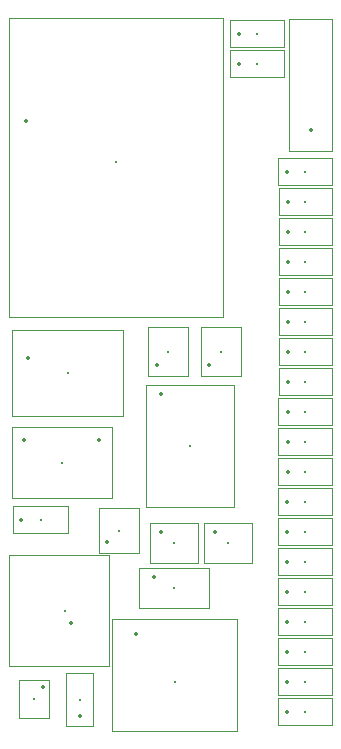
<source format=gbr>
%TF.GenerationSoftware,KiCad,Pcbnew,8.0.8*%
%TF.CreationDate,2025-02-15T17:37:18+01:00*%
%TF.ProjectId,Weathernode,57656174-6865-4726-9e6f-64652e6b6963,rev?*%
%TF.SameCoordinates,Original*%
%TF.FileFunction,Component,L1,Top*%
%TF.FilePolarity,Positive*%
%FSLAX46Y46*%
G04 Gerber Fmt 4.6, Leading zero omitted, Abs format (unit mm)*
G04 Created by KiCad (PCBNEW 8.0.8) date 2025-02-15 17:37:18*
%MOMM*%
%LPD*%
G01*
G04 APERTURE LIST*
%TA.AperFunction,ComponentMain*%
%ADD10C,0.300000*%
%TD*%
%TA.AperFunction,ComponentOutline,Courtyard*%
%ADD11C,0.100000*%
%TD*%
%TA.AperFunction,ComponentPin*%
%ADD12P,0.360000X4X0.000000*%
%TD*%
%TA.AperFunction,ComponentPin*%
%ADD13C,0.100000*%
%TD*%
G04 APERTURE END LIST*
D10*
%TO.C,R12*%
%TO.CFtp,R_1206_3216Metric*%
%TO.CVal,2k*%
%TO.CLbN,Resistor_SMD*%
%TO.CMnt,SMD*%
%TO.CRot,0*%
X104709500Y-70104000D03*
D11*
X106984500Y-68989000D02*
X106984500Y-71219000D01*
X102434500Y-71219000D01*
X102434500Y-68989000D01*
X106984500Y-68989000D01*
D12*
%TO.P,R12,1,1*%
X103247000Y-70104000D03*
D13*
%TO.P,R12,2,2*%
X106172000Y-70104000D03*
%TD*%
D10*
%TO.C,R13*%
%TO.CFtp,R_1206_3216Metric*%
%TO.CVal,5.1k*%
%TO.CLbN,Resistor_SMD*%
%TO.CMnt,SMD*%
%TO.CRot,0*%
X104660500Y-75184000D03*
D11*
X106935500Y-74069000D02*
X106935500Y-76299000D01*
X102385500Y-76299000D01*
X102385500Y-74069000D01*
X106935500Y-74069000D01*
D12*
%TO.P,R13,1,1*%
X103198000Y-75184000D03*
D13*
%TO.P,R13,2,2*%
X106123000Y-75184000D03*
%TD*%
D10*
%TO.C,R8*%
%TO.CFtp,R_1206_3216Metric*%
%TO.CVal,12k*%
%TO.CLbN,Resistor_SMD*%
%TO.CMnt,SMD*%
%TO.CRot,0*%
X104709500Y-59944000D03*
D11*
X106984500Y-58829000D02*
X106984500Y-61059000D01*
X102434500Y-61059000D01*
X102434500Y-58829000D01*
X106984500Y-58829000D01*
D12*
%TO.P,R8,1,1*%
X103247000Y-59944000D03*
D13*
%TO.P,R8,2,2*%
X106172000Y-59944000D03*
%TD*%
D10*
%TO.C,U3*%
%TO.CFtp,ESP-12E*%
%TO.CVal,ESP-12E*%
%TO.CLbN,RF_Module*%
%TO.CMnt,SMD*%
%TO.CRot,0*%
X88666000Y-51506000D03*
D11*
X97711000Y-39311000D02*
X97711000Y-64601000D01*
X79621000Y-64601000D01*
X79621000Y-39311000D01*
X97711000Y-39311000D01*
D12*
%TO.P,U3,1,~{RST}*%
X81066000Y-48006000D03*
D13*
%TO.P,U3,2,ADC*%
X81066000Y-50006000D03*
%TO.P,U3,3,EN*%
X81066000Y-52006000D03*
%TO.P,U3,4,GPIO16*%
X81066000Y-54006000D03*
%TO.P,U3,5,GPIO14*%
X81066000Y-56006000D03*
%TO.P,U3,6,GPIO12*%
X81066000Y-58006000D03*
%TO.P,U3,7,GPIO13*%
X81066000Y-60006000D03*
%TO.P,U3,8,VCC*%
X81066000Y-62006000D03*
%TO.P,U3,9,CS0*%
X83666000Y-63506000D03*
%TO.P,U3,10,MISO*%
X85666000Y-63506000D03*
%TO.P,U3,11,GPIO9*%
X87666000Y-63506000D03*
%TO.P,U3,12,GPIO10*%
X89666000Y-63506000D03*
%TO.P,U3,13,MOSI*%
X91666000Y-63506000D03*
%TO.P,U3,14,SCLK*%
X93666000Y-63506000D03*
%TO.P,U3,15,GND*%
X96266000Y-62006000D03*
%TO.P,U3,16,GPIO15*%
X96266000Y-60006000D03*
%TO.P,U3,17,GPIO2*%
X96266000Y-58006000D03*
%TO.P,U3,18,GPIO0*%
X96266000Y-56006000D03*
%TO.P,U3,19,GPIO4*%
X96266000Y-54006000D03*
%TO.P,U3,20,GPIO5*%
X96266000Y-52006000D03*
%TO.P,U3,21,GPIO3/RXD*%
X96266000Y-50006000D03*
%TO.P,U3,22,GPIO1/TXD*%
X96266000Y-48006000D03*
%TD*%
D10*
%TO.C,U5*%
%TO.CFtp,TSOT-23-5_HandSoldering*%
%TO.CVal,MCP73831*%
%TO.CLbN,Package_TO_SOT_SMD*%
%TO.CMnt,SMD*%
%TO.CRot,0*%
X93593500Y-87564000D03*
D11*
X96548500Y-85869000D02*
X96548500Y-89259000D01*
X90638500Y-89259000D01*
X90638500Y-85869000D01*
X96548500Y-85869000D01*
D12*
%TO.P,U5,1,STAT*%
X91883500Y-86614000D03*
D13*
%TO.P,U5,2,VSS*%
X91883500Y-87564000D03*
%TO.P,U5,3,VBAT*%
X91883500Y-88514000D03*
%TO.P,U5,4,VDD*%
X95303500Y-88514000D03*
%TO.P,U5,5,PROG*%
X95303500Y-86614000D03*
%TD*%
D10*
%TO.C,U4*%
%TO.CFtp,SOT-23-5*%
%TO.CVal,AP2112K-3.3*%
%TO.CLbN,Package_TO_SOT_SMD*%
%TO.CMnt,SMD*%
%TO.CRot,0*%
X93604500Y-83754000D03*
D11*
X95649500Y-82059000D02*
X95649500Y-85449000D01*
X91559500Y-85449000D01*
X91559500Y-82059000D01*
X95649500Y-82059000D01*
D12*
%TO.P,U4,1,VIN*%
X92467000Y-82804000D03*
D13*
%TO.P,U4,2,GND*%
X92467000Y-83754000D03*
%TO.P,U4,3,EN*%
X92467000Y-84704000D03*
%TO.P,U4,4,NC*%
X94742000Y-84704000D03*
%TO.P,U4,5,VOUT*%
X94742000Y-82804000D03*
%TD*%
D10*
%TO.C,R2*%
%TO.CFtp,R_1206_3216Metric*%
%TO.CVal,12k*%
%TO.CLbN,Resistor_SMD*%
%TO.CMnt,SMD*%
%TO.CRot,0*%
X100584000Y-43180000D03*
D11*
X102859000Y-42065000D02*
X102859000Y-44295000D01*
X98309000Y-44295000D01*
X98309000Y-42065000D01*
X102859000Y-42065000D01*
D12*
%TO.P,R2,1,1*%
X99121500Y-43180000D03*
D13*
%TO.P,R2,2,2*%
X102046500Y-43180000D03*
%TD*%
D10*
%TO.C,R11*%
%TO.CFtp,R_1206_3216Metric*%
%TO.CVal,2K*%
%TO.CLbN,Resistor_SMD*%
%TO.CMnt,SMD*%
%TO.CRot,0*%
X104709500Y-67564000D03*
D11*
X106984500Y-66449000D02*
X106984500Y-68679000D01*
X102434500Y-68679000D01*
X102434500Y-66449000D01*
X106984500Y-66449000D01*
D12*
%TO.P,R11,1,1*%
X103247000Y-67564000D03*
D13*
%TO.P,R11,2,2*%
X106172000Y-67564000D03*
%TD*%
D10*
%TO.C,R14*%
%TO.CFtp,R_1206_3216Metric*%
%TO.CVal,5.1k*%
%TO.CLbN,Resistor_SMD*%
%TO.CMnt,SMD*%
%TO.CRot,0*%
X104660500Y-72644000D03*
D11*
X106935500Y-71529000D02*
X106935500Y-73759000D01*
X102385500Y-73759000D01*
X102385500Y-71529000D01*
X106935500Y-71529000D01*
D12*
%TO.P,R14,1,1*%
X103198000Y-72644000D03*
D13*
%TO.P,R14,2,2*%
X106123000Y-72644000D03*
%TD*%
D10*
%TO.C,C7*%
%TO.CFtp,C_1206_3216Metric*%
%TO.CVal,100n*%
%TO.CLbN,Capacitor_SMD*%
%TO.CMnt,SMD*%
%TO.CRot,0*%
X104648000Y-95504000D03*
D11*
X106943000Y-94359000D02*
X106943000Y-96649000D01*
X102353000Y-96649000D01*
X102353000Y-94359000D01*
X106943000Y-94359000D01*
D12*
%TO.P,C7,1,1*%
X103173000Y-95504000D03*
D13*
%TO.P,C7,2,2*%
X106123000Y-95504000D03*
%TD*%
D10*
%TO.C,Q2*%
%TO.CFtp,SOT-23-3*%
%TO.CVal,NPN-TRANSISTOR_SOT23*%
%TO.CLbN,Package_TO_SOT_SMD*%
%TO.CMnt,SMD*%
%TO.CRot,90*%
X97536000Y-67564000D03*
D11*
X99231000Y-65519000D02*
X99231000Y-69609000D01*
X95841000Y-69609000D01*
X95841000Y-65519000D01*
X99231000Y-65519000D01*
D12*
%TO.P,Q2,1,B*%
X96586000Y-68701500D03*
D13*
%TO.P,Q2,2,E*%
X98486000Y-68701500D03*
%TO.P,Q2,3,C*%
X97536000Y-66426500D03*
%TD*%
D10*
%TO.C,D1*%
%TO.CFtp,LED_1206_3216Metric*%
%TO.CVal,LED*%
%TO.CLbN,LED_SMD*%
%TO.CMnt,SMD*%
%TO.CRot,90*%
X85598000Y-97028000D03*
D11*
X86713000Y-94753000D02*
X86713000Y-99303000D01*
X84483000Y-99303000D01*
X84483000Y-94753000D01*
X86713000Y-94753000D01*
D12*
%TO.P,D1,1,K*%
X85598000Y-98428000D03*
D13*
%TO.P,D1,2,A*%
X85598000Y-95628000D03*
%TD*%
D10*
%TO.C,Q3*%
%TO.CFtp,SOT-23*%
%TO.CVal,DMG2301L*%
%TO.CLbN,Package_TO_SOT_SMD*%
%TO.CMnt,SMD*%
%TO.CRot,90*%
X88900000Y-82725500D03*
D11*
X90595000Y-80810500D02*
X90595000Y-84640500D01*
X87205000Y-84640500D01*
X87205000Y-80810500D01*
X90595000Y-80810500D01*
D12*
%TO.P,Q3,1,G*%
X87950000Y-83663000D03*
D13*
%TO.P,Q3,2,S*%
X89850000Y-83663000D03*
%TO.P,Q3,3,D*%
X88900000Y-81788000D03*
%TD*%
D10*
%TO.C,C2*%
%TO.CFtp,C_1206_3216Metric*%
%TO.CVal,100n*%
%TO.CLbN,Capacitor_SMD*%
%TO.CMnt,SMD*%
%TO.CRot,0*%
X104648000Y-82804000D03*
D11*
X106943000Y-81659000D02*
X106943000Y-83949000D01*
X102353000Y-83949000D01*
X102353000Y-81659000D01*
X106943000Y-81659000D01*
D12*
%TO.P,C2,1,1*%
X103173000Y-82804000D03*
D13*
%TO.P,C2,2,2*%
X106123000Y-82804000D03*
%TD*%
D10*
%TO.C,C6*%
%TO.CFtp,C_1206_3216Metric*%
%TO.CVal,100nF*%
%TO.CLbN,Capacitor_SMD*%
%TO.CMnt,SMD*%
%TO.CRot,0*%
X104648000Y-92964000D03*
D11*
X106943000Y-91819000D02*
X106943000Y-94109000D01*
X102353000Y-94109000D01*
X102353000Y-91819000D01*
X106943000Y-91819000D01*
D12*
%TO.P,C6,1*%
X103173000Y-92964000D03*
D13*
%TO.P,C6,2*%
X106123000Y-92964000D03*
%TD*%
D10*
%TO.C,R15*%
%TO.CFtp,R_1206_3216Metric*%
%TO.CVal,10k*%
%TO.CLbN,Resistor_SMD*%
%TO.CMnt,SMD*%
%TO.CRot,0*%
X104660500Y-77724000D03*
D11*
X106935500Y-76609000D02*
X106935500Y-78839000D01*
X102385500Y-78839000D01*
X102385500Y-76609000D01*
X106935500Y-76609000D01*
D12*
%TO.P,R15,1,1*%
X103198000Y-77724000D03*
D13*
%TO.P,R15,2,2*%
X106123000Y-77724000D03*
%TD*%
D10*
%TO.C,J2*%
%TO.CFtp,USB_C_Receptacle_HRO_TYPE-C-31-M-12*%
%TO.CVal,USB_C_Receptacle_USB2.0*%
%TO.CLbN,Connector_USB*%
%TO.CMnt,SMD*%
%TO.CRot,0*%
X93630000Y-95504000D03*
D11*
X98945000Y-90239000D02*
X98945000Y-99649000D01*
X88315000Y-99649000D01*
X88315000Y-90239000D01*
X98945000Y-90239000D01*
D12*
%TO.P,J2,A1,GND*%
X90380000Y-91459000D03*
D13*
%TO.P,J2,*%
X90740000Y-92904000D03*
X96520000Y-92904000D03*
%TO.P,J2,A4,VBUS*%
X91180000Y-91459000D03*
%TO.P,J2,A5,CC1*%
X92380000Y-91459000D03*
%TO.P,J2,A6,D+*%
X93380000Y-91459000D03*
%TO.P,J2,A7,D-*%
X93880000Y-91459000D03*
%TO.P,J2,A8,SBU1*%
X94880000Y-91459000D03*
%TO.P,J2,A9,VBUS*%
X96080000Y-91459000D03*
%TO.P,J2,A12,GND*%
X96880000Y-91459000D03*
%TO.P,J2,B1,GND*%
X96880000Y-91459000D03*
%TO.P,J2,B4,VBUS*%
X96080000Y-91459000D03*
%TO.P,J2,B5,CC2*%
X95380000Y-91459000D03*
%TO.P,J2,B6,D+*%
X94380000Y-91459000D03*
%TO.P,J2,B7,D-*%
X92880000Y-91459000D03*
%TO.P,J2,B8,SBU2*%
X91880000Y-91459000D03*
%TO.P,J2,B9,VBUS*%
X91180000Y-91459000D03*
%TO.P,J2,B12,GND*%
X90380000Y-91459000D03*
%TO.P,J2,S1,SHIELD*%
X89310000Y-92374000D03*
X89310000Y-96554000D03*
X97950000Y-92374000D03*
X97950000Y-96554000D03*
%TD*%
D10*
%TO.C,C3*%
%TO.CFtp,C_1206_3216Metric*%
%TO.CVal,2.2u*%
%TO.CLbN,Capacitor_SMD*%
%TO.CMnt,SMD*%
%TO.CRot,0*%
X104648000Y-85344000D03*
D11*
X106943000Y-84199000D02*
X106943000Y-86489000D01*
X102353000Y-86489000D01*
X102353000Y-84199000D01*
X106943000Y-84199000D01*
D12*
%TO.P,C3,1,1*%
X103173000Y-85344000D03*
D13*
%TO.P,C3,2,2*%
X106123000Y-85344000D03*
%TD*%
D10*
%TO.C,U2*%
%TO.CFtp,SOIC-16_3.9x9.9mm_P1.27mm*%
%TO.CVal,CH340C*%
%TO.CLbN,Package_SO*%
%TO.CMnt,SMD*%
%TO.CRot,0*%
X94931000Y-75565000D03*
D11*
X98626000Y-70370000D02*
X98626000Y-80760000D01*
X91236000Y-80760000D01*
X91236000Y-70370000D01*
X98626000Y-70370000D01*
D12*
%TO.P,U2,1,GND*%
X92456000Y-71120000D03*
D13*
%TO.P,U2,2,TXD*%
X92456000Y-72390000D03*
%TO.P,U2,3,RXD*%
X92456000Y-73660000D03*
%TO.P,U2,4,V3*%
X92456000Y-74930000D03*
%TO.P,U2,5,UD+*%
X92456000Y-76200000D03*
%TO.P,U2,6,UD-*%
X92456000Y-77470000D03*
%TO.P,U2,7,NC*%
X92456000Y-78740000D03*
%TO.P,U2,8,NC*%
X92456000Y-80010000D03*
%TO.P,U2,9,~{CTS}*%
X97406000Y-80010000D03*
%TO.P,U2,10,~{DSR}*%
X97406000Y-78740000D03*
%TO.P,U2,11,~{RI}*%
X97406000Y-77470000D03*
%TO.P,U2,12,~{DCD}*%
X97406000Y-76200000D03*
%TO.P,U2,13,~{DTR}*%
X97406000Y-74930000D03*
%TO.P,U2,14,~{RTS}*%
X97406000Y-73660000D03*
%TO.P,U2,15,R232*%
X97406000Y-72390000D03*
%TO.P,U2,16,VCC*%
X97406000Y-71120000D03*
%TD*%
D10*
%TO.C,C1*%
%TO.CFtp,C_1206_3216Metric*%
%TO.CVal,100n*%
%TO.CLbN,Capacitor_SMD*%
%TO.CMnt,SMD*%
%TO.CRot,0*%
X104648000Y-80264000D03*
D11*
X106943000Y-79119000D02*
X106943000Y-81409000D01*
X102353000Y-81409000D01*
X102353000Y-79119000D01*
X106943000Y-79119000D01*
D12*
%TO.P,C1,1,1*%
X103173000Y-80264000D03*
D13*
%TO.P,C1,2,2*%
X106123000Y-80264000D03*
%TD*%
D10*
%TO.C,U1*%
%TO.CFtp,TDFN-8-1EP_2x2mm_P0.5mm_EP0.8x1.2mm*%
%TO.CVal,MAX17048G*%
%TO.CLbN,Package_DFN_QFN*%
%TO.CMnt,SMD*%
%TO.CRot,-90*%
X81742000Y-96974000D03*
D11*
X82987000Y-95349000D02*
X82987000Y-98599000D01*
X80497000Y-98599000D01*
X80497000Y-95349000D01*
X82987000Y-95349000D01*
D12*
%TO.P,U1,1,CTG*%
X82492000Y-95986500D03*
D13*
%TO.P,U1,2,CELL*%
X81992000Y-95986500D03*
%TO.P,U1,3,VDD*%
X81492000Y-95986500D03*
%TO.P,U1,4,GND*%
X80992000Y-95986500D03*
%TO.P,U1,5,ALRT*%
X80992000Y-97961500D03*
%TO.P,U1,6,QSTRT*%
X81492000Y-97961500D03*
%TO.P,U1,7,SCL*%
X81992000Y-97961500D03*
%TO.P,U1,8,SDA*%
X82492000Y-97961500D03*
%TO.P,U1,9,EP*%
X81742000Y-96974000D03*
%TD*%
D10*
%TO.C,R9*%
%TO.CFtp,R_1206_3216Metric*%
%TO.CVal,12k*%
%TO.CLbN,Resistor_SMD*%
%TO.CMnt,SMD*%
%TO.CRot,0*%
X104709500Y-62484000D03*
D11*
X106984500Y-61369000D02*
X106984500Y-63599000D01*
X102434500Y-63599000D01*
X102434500Y-61369000D01*
X106984500Y-61369000D01*
D12*
%TO.P,R9,1,1*%
X103247000Y-62484000D03*
D13*
%TO.P,R9,2,2*%
X106172000Y-62484000D03*
%TD*%
D10*
%TO.C,ID0*%
%TO.CFtp,SW_DIP_SPSTx02_Slide_6.7x6.64mm_W6.73mm_P2.54mm_LowProfile_JPin*%
%TO.CVal,SW_DIP-2*%
%TO.CLbN,Button_Switch_SMD*%
%TO.CMnt,SMD*%
%TO.CRot,0*%
X84582000Y-69342000D03*
D11*
X89277000Y-65697000D02*
X89277000Y-72987000D01*
X79887000Y-72987000D01*
X79887000Y-65697000D01*
X89277000Y-65697000D01*
D12*
%TO.P,ID0,1,1*%
X81217000Y-68072000D03*
D13*
%TO.P,ID0,2,2*%
X81217000Y-70612000D03*
%TO.P,ID0,3,3*%
X87947000Y-70612000D03*
%TO.P,ID0,4,4*%
X87947000Y-68072000D03*
%TD*%
D10*
%TO.C,R3*%
%TO.CFtp,R_1206_3216Metric*%
%TO.CVal,12k*%
%TO.CLbN,Resistor_SMD*%
%TO.CMnt,SMD*%
%TO.CRot,0*%
X104648000Y-52324000D03*
D11*
X106923000Y-51209000D02*
X106923000Y-53439000D01*
X102373000Y-53439000D01*
X102373000Y-51209000D01*
X106923000Y-51209000D01*
D12*
%TO.P,R3,1,1*%
X103185500Y-52324000D03*
D13*
%TO.P,R3,2,2*%
X106110500Y-52324000D03*
%TD*%
D10*
%TO.C,BMP280*%
%TO.CFtp,PinHeader_1x04_P2.54mm_Vertical*%
%TO.CVal,PINHD-1X4*%
%TO.CLbN,Connector_PinHeader_2.54mm*%
%TO.CMnt,TH*%
%TO.CRot,180*%
X105156000Y-48768000D03*
D11*
X106951000Y-39373000D02*
X106951000Y-50563000D01*
X103361000Y-50563000D01*
X103361000Y-39373000D01*
X106951000Y-39373000D01*
D12*
%TO.P,BMP280,1,1*%
X105156000Y-48768000D03*
D13*
%TO.P,BMP280,2,2*%
X105156000Y-46228000D03*
%TO.P,BMP280,3,3*%
X105156000Y-43688000D03*
%TO.P,BMP280,4,4*%
X105156000Y-41148000D03*
%TD*%
D10*
%TO.C,C5*%
%TO.CFtp,C_1206_3216Metric*%
%TO.CVal,4.7u*%
%TO.CLbN,Capacitor_SMD*%
%TO.CMnt,SMD*%
%TO.CRot,0*%
X104648000Y-90424000D03*
D11*
X106943000Y-89279000D02*
X106943000Y-91569000D01*
X102353000Y-91569000D01*
X102353000Y-89279000D01*
X106943000Y-89279000D01*
D12*
%TO.P,C5,1,1*%
X103173000Y-90424000D03*
D13*
%TO.P,C5,2,2*%
X106123000Y-90424000D03*
%TD*%
D10*
%TO.C,D2*%
%TO.CFtp,D_SOD-123*%
%TO.CVal,MBR0520*%
%TO.CLbN,Diode_SMD*%
%TO.CMnt,SMD*%
%TO.CRot,0*%
X82296000Y-81788000D03*
D11*
X84641000Y-80643000D02*
X84641000Y-82933000D01*
X79951000Y-82933000D01*
X79951000Y-80643000D01*
X84641000Y-80643000D01*
D12*
%TO.P,D2,1,K*%
X80646000Y-81788000D03*
D13*
%TO.P,D2,2,A*%
X83946000Y-81788000D03*
%TD*%
D10*
%TO.C,RESET1*%
%TO.CFtp,SW_SPST_TL3342*%
%TO.CVal,SW_Push*%
%TO.CLbN,Button_Switch_SMD*%
%TO.CMnt,SMD*%
%TO.CRot,0*%
X84074000Y-76962000D03*
D11*
X88319000Y-73967000D02*
X88319000Y-79957000D01*
X79829000Y-79957000D01*
X79829000Y-73967000D01*
X88319000Y-73967000D01*
D12*
%TO.P,RESET1,1,1*%
X80924000Y-75062000D03*
X87224000Y-75062000D03*
D13*
%TO.P,RESET1,2,2*%
X80924000Y-78862000D03*
X87224000Y-78862000D03*
%TD*%
D10*
%TO.C,R10*%
%TO.CFtp,R_1206_3216Metric*%
%TO.CVal,470*%
%TO.CLbN,Resistor_SMD*%
%TO.CMnt,SMD*%
%TO.CRot,0*%
X104709500Y-65024000D03*
D11*
X106984500Y-63909000D02*
X106984500Y-66139000D01*
X102434500Y-66139000D01*
X102434500Y-63909000D01*
X106984500Y-63909000D01*
D12*
%TO.P,R10,1,1*%
X103247000Y-65024000D03*
D13*
%TO.P,R10,2,2*%
X106172000Y-65024000D03*
%TD*%
D10*
%TO.C,R1*%
%TO.CFtp,R_1206_3216Metric*%
%TO.CVal,12k*%
%TO.CLbN,Resistor_SMD*%
%TO.CMnt,SMD*%
%TO.CRot,0*%
X100584000Y-40640000D03*
D11*
X102859000Y-39525000D02*
X102859000Y-41755000D01*
X98309000Y-41755000D01*
X98309000Y-39525000D01*
X102859000Y-39525000D01*
D12*
%TO.P,R1,1,1*%
X99121500Y-40640000D03*
D13*
%TO.P,R1,2,2*%
X102046500Y-40640000D03*
%TD*%
D10*
%TO.C,C4*%
%TO.CFtp,C_1206_3216Metric*%
%TO.CVal,4.7u*%
%TO.CLbN,Capacitor_SMD*%
%TO.CMnt,SMD*%
%TO.CRot,0*%
X104648000Y-87884000D03*
D11*
X106943000Y-86739000D02*
X106943000Y-89029000D01*
X102353000Y-89029000D01*
X102353000Y-86739000D01*
X106943000Y-86739000D01*
D12*
%TO.P,C4,1,1*%
X103173000Y-87884000D03*
D13*
%TO.P,C4,2,2*%
X106123000Y-87884000D03*
%TD*%
D10*
%TO.C,Q1*%
%TO.CFtp,SOT-23-3*%
%TO.CVal,NPN-TRANSISTOR_SOT23*%
%TO.CLbN,Package_TO_SOT_SMD*%
%TO.CMnt,SMD*%
%TO.CRot,90*%
X93086000Y-67564000D03*
D11*
X94781000Y-65519000D02*
X94781000Y-69609000D01*
X91391000Y-69609000D01*
X91391000Y-65519000D01*
X94781000Y-65519000D01*
D12*
%TO.P,Q1,1,B*%
X92136000Y-68701500D03*
D13*
%TO.P,Q1,2,E*%
X94036000Y-68701500D03*
%TO.P,Q1,3,C*%
X93086000Y-66426500D03*
%TD*%
D10*
%TO.C,R4*%
%TO.CFtp,R_1206_3216Metric*%
%TO.CVal,12k*%
%TO.CLbN,Resistor_SMD*%
%TO.CMnt,SMD*%
%TO.CRot,0*%
X104709500Y-54864000D03*
D11*
X106984500Y-53749000D02*
X106984500Y-55979000D01*
X102434500Y-55979000D01*
X102434500Y-53749000D01*
X106984500Y-53749000D01*
D12*
%TO.P,R4,1,1*%
X103247000Y-54864000D03*
D13*
%TO.P,R4,2,2*%
X106172000Y-54864000D03*
%TD*%
D10*
%TO.C,R5*%
%TO.CFtp,R_1206_3216Metric*%
%TO.CVal,12k*%
%TO.CLbN,Resistor_SMD*%
%TO.CMnt,SMD*%
%TO.CRot,0*%
X104709500Y-57404000D03*
D11*
X106984500Y-56289000D02*
X106984500Y-58519000D01*
X102434500Y-58519000D01*
X102434500Y-56289000D01*
X106984500Y-56289000D01*
D12*
%TO.P,R5,1,1*%
X103247000Y-57404000D03*
D13*
%TO.P,R5,2,2*%
X106172000Y-57404000D03*
%TD*%
D10*
%TO.C,C8*%
%TO.CFtp,C_1206_3216Metric*%
%TO.CVal,2.2u*%
%TO.CLbN,Capacitor_SMD*%
%TO.CMnt,SMD*%
%TO.CRot,0*%
X104648000Y-98044000D03*
D11*
X106943000Y-96899000D02*
X106943000Y-99189000D01*
X102353000Y-99189000D01*
X102353000Y-96899000D01*
X106943000Y-96899000D01*
D12*
%TO.P,C8,1,1*%
X103173000Y-98044000D03*
D13*
%TO.P,C8,2,2*%
X106123000Y-98044000D03*
%TD*%
D10*
%TO.C,U6*%
%TO.CFtp,SOT-23-5*%
%TO.CVal,AP2112K-3.3*%
%TO.CLbN,Package_TO_SOT_SMD*%
%TO.CMnt,SMD*%
%TO.CRot,0*%
X98176500Y-83754000D03*
D11*
X100221500Y-82059000D02*
X100221500Y-85449000D01*
X96131500Y-85449000D01*
X96131500Y-82059000D01*
X100221500Y-82059000D01*
D12*
%TO.P,U6,1,VIN*%
X97039000Y-82804000D03*
D13*
%TO.P,U6,2,GND*%
X97039000Y-83754000D03*
%TO.P,U6,3,EN*%
X97039000Y-84704000D03*
%TO.P,U6,4,NC*%
X99314000Y-84704000D03*
%TO.P,U6,5,VOUT*%
X99314000Y-82804000D03*
%TD*%
D10*
%TO.C,BATT0*%
%TO.CFtp,JST_PH_B2B-PH-SM4-TB_1x02-1MP_P2.00mm_Vertical*%
%TO.CVal,PINHD-1X2*%
%TO.CLbN,Connector_JST*%
%TO.CMnt,SMD*%
%TO.CRot,90*%
X84336000Y-89506000D03*
D11*
X88081000Y-84811000D02*
X88081000Y-94201000D01*
X79591000Y-94201000D01*
X79591000Y-84811000D01*
X88081000Y-84811000D01*
D12*
%TO.P,BATT0,1,1*%
X84836000Y-90506000D03*
D13*
%TO.P,BATT0,2,2*%
X84836000Y-88506000D03*
%TO.P,BATT0,MP*%
X82586000Y-92906000D03*
X82586000Y-86106000D03*
%TD*%
M02*

</source>
